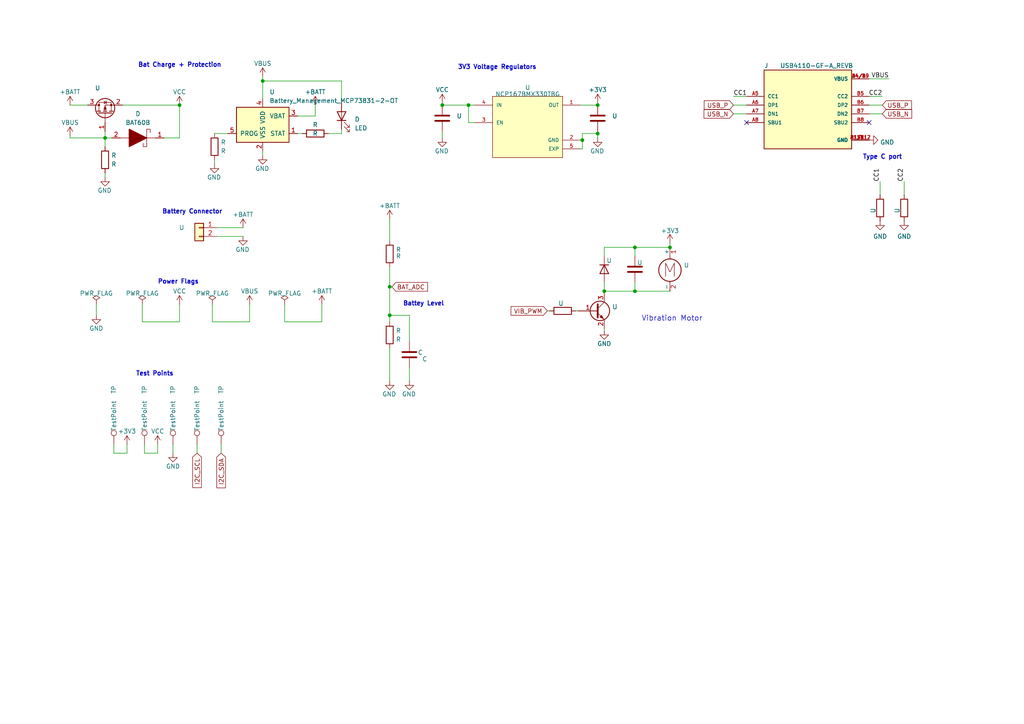
<source format=kicad_sch>
(kicad_sch (version 20220404) (generator eeschema)
  (paper "A4")
  (title_block (title "Watchy-Esp32-s3") (date "2022-12-10") (rev "V1.2") (company "MrT Stephens"))
  (lib_symbols
    (symbol "BAT60B:BAT60B" (pin_names (offset 0.762))
      (property "Reference" "D" (at 12.7 8.89 0))
      (property "Value" "BAT60B" (at 12.7 6.35 0))
      (symbol "BAT60B_0_0"
        (pin passive line (at 2.54 0 0) (length 2.54) (name "~") (number "1"))
        (pin passive line (at 17.78 0 180) (length 2.54) (name "~") (number "2"))
      )
      (symbol "BAT60B_0_1"
        (polyline (pts (xy 5.08 0) (xy 7.62 0)) (stroke (width 0.1524)))
        (polyline (pts (xy 7.62 2.54) (xy 7.62 -2.54)) (stroke (width 0.1524)))
        (polyline (pts (xy 12.7 0) (xy 15.24 0)) (stroke (width 0.1524)))
        (polyline (pts (xy 7.62 -2.54) (xy 6.604 -2.54) (xy 6.604 -1.524)) (stroke (width 0.1524)))
        (polyline (pts (xy 7.62 2.54) (xy 8.636 2.54) (xy 8.636 1.524)) (stroke (width 0.1524)))
        (polyline (pts (xy 7.62 0) (xy 12.7 2.54) (xy 12.7 -2.54) (xy 7.62 0)) (stroke (width 0.254)) (fill (type outline)))
      )
    )
    (symbol "Connector:TestPoint" (pin_numbers hide) (pin_names (offset 0.762) hide)
      (property "Reference" "TP" (at 0 6.858 0))
      (property "Value" "TestPoint" (at 0 5.08 0))
      (symbol "TestPoint_0_1"
        (circle (center 0 3.302) (radius 0.762))
      )
      (symbol "TestPoint_1_1"
        (pin passive line (at 0 0 90) (length 2.54) (name "1") (number "1"))
      )
    )
    (symbol "Connector_Generic:Conn_01x02" (pin_names (offset 1.016) hide)
      (property "Reference" "J" (at 0 2.54 0))
      (property "Value" "Conn_01x02" (at 0 -5.08 0))
      (symbol "Conn_01x02_1_1"
        (rectangle (start -1.27 -2.413) (end 0 -2.667) (stroke (width 0.1524)))
        (rectangle (start -1.27 0.127) (end 0 -0.127) (stroke (width 0.1524)))
        (rectangle (start -1.27 1.27) (end 1.27 -3.81) (stroke (width 0.254)) (fill (type background)))
        (pin passive line (at -5.08 0 0) (length 3.81) (name "Pin_1") (number "1"))
        (pin passive line (at -5.08 -2.54 0) (length 3.81) (name "Pin_2") (number "2"))
      )
    )
    (symbol "Device:C" (pin_numbers hide) (pin_names (offset 0.254))
      (property "Reference" "C" (at 0.635 2.54 0))
      (property "Value" "C" (at 0.635 -2.54 0))
      (symbol "C_0_1"
        (polyline (pts (xy -2.032 -0.762) (xy 2.032 -0.762)) (stroke (width 0.508)))
        (polyline (pts (xy -2.032 0.762) (xy 2.032 0.762)) (stroke (width 0.508)))
      )
      (symbol "C_1_1"
        (pin passive line (at 0 3.81 270) (length 2.794) (name "~") (number "1"))
        (pin passive line (at 0 -3.81 90) (length 2.794) (name "~") (number "2"))
      )
    )
    (symbol "Device:LED" (pin_numbers hide) (pin_names (offset 1.016) hide)
      (property "Reference" "D" (at 0 2.54 0))
      (property "Value" "LED" (at 0 -2.54 0))
      (symbol "LED_0_1"
        (polyline (pts (xy -1.27 -1.27) (xy -1.27 1.27)) (stroke (width 0.254)))
        (polyline (pts (xy -1.27 0) (xy 1.27 0)))
        (polyline (pts (xy 1.27 -1.27) (xy 1.27 1.27) (xy -1.27 0) (xy 1.27 -1.27)) (stroke (width 0.254)))
        (polyline (pts (xy -3.048 -0.762) (xy -4.572 -2.286) (xy -3.81 -2.286) (xy -4.572 -2.286) (xy -4.572 -1.524)))
        (polyline (pts (xy -1.778 -0.762) (xy -3.302 -2.286) (xy -2.54 -2.286) (xy -3.302 -2.286) (xy -3.302 -1.524)))
      )
      (symbol "LED_1_1"
        (pin passive line (at -3.81 0 0) (length 2.54) (name "K") (number "1"))
        (pin passive line (at 3.81 0 180) (length 2.54) (name "A") (number "2"))
      )
    )
    (symbol "Device:Q_NPN_BEC" (pin_names (offset 0) hide)
      (property "Reference" "Q" (at 5.08 1.27 0))
      (property "Value" "Q_NPN_BEC" (at 5.08 -1.27 0))
      (symbol "Q_NPN_BEC_0_1"
        (polyline (pts (xy 0.635 0.635) (xy 2.54 2.54)))
        (polyline (pts (xy 0.635 -0.635) (xy 2.54 -2.54) (xy 2.54 -2.54)))
        (polyline (pts (xy 0.635 1.905) (xy 0.635 -1.905) (xy 0.635 -1.905)) (stroke (width 0.508)))
        (polyline (pts (xy 1.27 -1.778) (xy 1.778 -1.27) (xy 2.286 -2.286) (xy 1.27 -1.778) (xy 1.27 -1.778)) (fill (type outline)))
        (circle (center 1.27 0) (radius 2.8194) (stroke (width 0.254)))
      )
      (symbol "Q_NPN_BEC_1_1"
        (pin input line (at -5.08 0 0) (length 5.715) (name "B") (number "1"))
        (pin passive line (at 2.54 -5.08 90) (length 2.54) (name "E") (number "2"))
        (pin passive line (at 2.54 5.08 270) (length 2.54) (name "C") (number "3"))
      )
    )
    (symbol "Device:R" (pin_numbers hide) (pin_names (offset 0))
      (property "Reference" "R" (at 2.032 0 90))
      (property "Value" "R" (at 0 0 90))
      (symbol "R_0_1"
        (rectangle (start -1.016 -2.54) (end 1.016 2.54) (stroke (width 0.254)))
      )
      (symbol "R_1_1"
        (pin passive line (at 0 3.81 270) (length 1.27) (name "~") (number "1"))
        (pin passive line (at 0 -3.81 90) (length 1.27) (name "~") (number "2"))
      )
    )
    (symbol "Diode:1N4001" (pin_numbers hide) (pin_names (offset 1.016) hide)
      (property "Reference" "D" (at 0 2.54 0))
      (property "Value" "1N4001" (at 0 -2.54 0))
      (symbol "1N4001_0_1"
        (polyline (pts (xy -1.27 1.27) (xy -1.27 -1.27)) (stroke (width 0.254)))
        (polyline (pts (xy 1.27 0) (xy -1.27 0)))
        (polyline (pts (xy 1.27 1.27) (xy 1.27 -1.27) (xy -1.27 0) (xy 1.27 1.27)) (stroke (width 0.254)))
      )
      (symbol "1N4001_1_1"
        (pin passive line (at -3.81 0 0) (length 2.54) (name "K") (number "1"))
        (pin passive line (at 3.81 0 180) (length 2.54) (name "A") (number "2"))
      )
    )
    (symbol "Motor:Motor_DC" (pin_names (offset 0))
      (property "Reference" "M" (at 2.54 2.54 0))
      (property "Value" "Motor_DC" (at 2.54 -5.08 0))
      (symbol "Motor_DC_0_0"
        (polyline (pts (xy -1.27 -3.302) (xy -1.27 0.508) (xy 0 -2.032) (xy 1.27 0.508) (xy 1.27 -3.302)))
      )
      (symbol "Motor_DC_0_1"
        (circle (center 0 -1.524) (radius 3.2512) (stroke (width 0.254)))
        (polyline (pts (xy 0 -7.62) (xy 0 -7.112)))
        (polyline (pts (xy 0 -4.7752) (xy 0 -5.1816)))
        (polyline (pts (xy 0 1.7272) (xy 0 2.0828)))
        (polyline (pts (xy 0 2.032) (xy 0 2.54)))
      )
      (symbol "Motor_DC_1_1"
        (pin passive line (at 0 5.08 270) (length 2.54) (name "+") (number "1"))
        (pin passive line (at 0 -7.62 90) (length 2.54) (name "-") (number "2"))
      )
    )
    (symbol "NCP167BMX330TBG:NCP167BMX330TBG" (pin_names (offset 1.016))
      (property "Reference" "U" (at -10.16 7.62 0))
      (property "Value" "NCP167BMX330TBG" (at -10.16 -12.7 0))
      (symbol "NCP167BMX330TBG_0_0"
        (rectangle (start -10.16 -10.16) (end 10.16 7.62) (stroke (width 0.1524)) (fill (type background)))
        (pin output line (at 15.24 5.08 180) (length 5.08) (name "OUT") (number "1"))
        (pin power_in line (at 15.24 -5.08 180) (length 5.08) (name "GND") (number "2"))
        (pin input line (at -15.24 0 0) (length 5.08) (name "EN") (number "3"))
        (pin input line (at -15.24 5.08 0) (length 5.08) (name "IN") (number "4"))
        (pin power_in line (at 15.24 -7.62 180) (length 5.08) (name "EXP") (number "5"))
      )
    )
    (symbol "Transistor_FET:BSS83P" (pin_names hide)
      (property "Reference" "Q" (at 5.08 1.905 0))
      (property "Value" "BSS83P" (at 5.08 0 0))
      (symbol "BSS83P_0_1"
        (polyline (pts (xy 0.254 0) (xy -2.54 0)))
        (polyline (pts (xy 0.254 1.905) (xy 0.254 -1.905)) (stroke (width 0.254)))
        (polyline (pts (xy 0.762 -1.27) (xy 0.762 -2.286)) (stroke (width 0.254)))
        (polyline (pts (xy 0.762 0.508) (xy 0.762 -0.508)) (stroke (width 0.254)))
        (polyline (pts (xy 0.762 2.286) (xy 0.762 1.27)) (stroke (width 0.254)))
        (polyline (pts (xy 2.54 2.54) (xy 2.54 1.778)))
        (polyline (pts (xy 2.54 -2.54) (xy 2.54 0) (xy 0.762 0)))
        (polyline (pts (xy 0.762 1.778) (xy 3.302 1.778) (xy 3.302 -1.778) (xy 0.762 -1.778)))
        (polyline (pts (xy 2.286 0) (xy 1.27 0.381) (xy 1.27 -0.381) (xy 2.286 0)) (fill (type outline)))
        (polyline (pts (xy 2.794 -0.508) (xy 2.921 -0.381) (xy 3.683 -0.381) (xy 3.81 -0.254)))
        (polyline (pts (xy 3.302 -0.381) (xy 2.921 0.254) (xy 3.683 0.254) (xy 3.302 -0.381)))
        (circle (center 1.651 0) (radius 2.794) (stroke (width 0.254)))
        (circle (center 2.54 -1.778) (radius 0.254) (fill (type outline)))
        (circle (center 2.54 1.778) (radius 0.254) (fill (type outline)))
      )
      (symbol "BSS83P_1_1"
        (pin input line (at -5.08 0 0) (length 2.54) (name "G") (number "1"))
        (pin passive line (at 2.54 -5.08 90) (length 2.54) (name "S") (number "2"))
        (pin passive line (at 2.54 5.08 270) (length 2.54) (name "D") (number "3"))
      )
    )
    (symbol "USB4110-GF-A_REVB:USB4110-GF-A_REVB" (pin_names (offset 1.016))
      (property "Reference" "J" (at -12.7 11.43 0))
      (property "Value" "USB4110-GF-A_REVB" (at -12.7 -15.24 0))
      (symbol "USB4110-GF-A_REVB_0_0"
        (rectangle (start -12.7 -12.7) (end 12.7 10.16) (stroke (width 0.254)) (fill (type background)))
        (pin power_in line (at 17.78 -10.16 180) (length 5.08) (name "GND") (number "A1/B12"))
        (pin power_in line (at 17.78 7.62 180) (length 5.08) (name "VBUS") (number "A4/B9"))
        (pin bidirectional line (at -17.78 2.54 0) (length 5.08) (name "CC1") (number "A5"))
        (pin bidirectional line (at -17.78 0 0) (length 5.08) (name "DP1") (number "A6"))
        (pin bidirectional line (at -17.78 -2.54 0) (length 5.08) (name "DN1") (number "A7"))
        (pin bidirectional line (at -17.78 -5.08 0) (length 5.08) (name "SBU1") (number "A8"))
        (pin power_in line (at 17.78 -10.16 180) (length 5.08) (name "GND") (number "B1/A12"))
        (pin power_in line (at 17.78 7.62 180) (length 5.08) (name "VBUS") (number "B4/A9"))
        (pin bidirectional line (at 17.78 2.54 180) (length 5.08) (name "CC2") (number "B5"))
        (pin bidirectional line (at 17.78 0 180) (length 5.08) (name "DP2") (number "B6"))
        (pin bidirectional line (at 17.78 -2.54 180) (length 5.08) (name "DN2") (number "B7"))
        (pin bidirectional line (at 17.78 -5.08 180) (length 5.08) (name "SBU2") (number "B8"))
        (pin power_in line (at 17.78 -10.16 180) (length 5.08) (name "GND") (number "S1"))
        (pin power_in line (at 17.78 -10.16 180) (length 5.08) (name "GND") (number "S2"))
        (pin power_in line (at 17.78 -10.16 180) (length 5.08) (name "GND") (number "S3"))
        (pin power_in line (at 17.78 -10.16 180) (length 5.08) (name "GND") (number "S4"))
      )
    )
    (symbol "Watchy-cache:Battery_Management_MCP73831-2-OT" (pin_names (offset 1.016))
      (property "Reference" "U" (at -7.62 6.35 0))
      (property "Value" "Battery_Management_MCP73831-2-OT" (at 1.27 6.35 0))
      (symbol "Battery_Management_MCP73831-2-OT_0_1"
        (rectangle (start -7.62 5.08) (end 7.62 -5.08) (stroke (width 0.254)) (fill (type background)))
      )
      (symbol "Battery_Management_MCP73831-2-OT_1_1"
        (pin output line (at 10.16 -2.54 180) (length 2.54) (name "STAT") (number "1"))
        (pin power_in line (at 0 -7.62 90) (length 2.54) (name "VSS") (number "2"))
        (pin power_out line (at 10.16 2.54 180) (length 2.54) (name "VBAT") (number "3"))
        (pin power_in line (at 0 7.62 270) (length 2.54) (name "VDD") (number "4"))
        (pin input line (at -10.16 -2.54 0) (length 2.54) (name "PROG") (number "5"))
      )
    )
    (symbol "power:+3V3" (power) (pin_names (offset 0))
      (property "Value" "+3V3" (at 0 3.556 0))
      (symbol "+3V3_0_1"
        (polyline (pts (xy -0.762 1.27) (xy 0 2.54)))
        (polyline (pts (xy 0 0) (xy 0 2.54)))
        (polyline (pts (xy 0 2.54) (xy 0.762 1.27)))
      )
      (symbol "+3V3_1_1"
        (pin power_in line (at 0 0 90) (length 0) hide (name "+3V3") (number "1"))
      )
    )
    (symbol "power:+BATT" (power) (pin_names (offset 0))
      (property "Value" "+BATT" (at 0 3.556 0))
      (symbol "+BATT_0_1"
        (polyline (pts (xy -0.762 1.27) (xy 0 2.54)))
        (polyline (pts (xy 0 0) (xy 0 2.54)))
        (polyline (pts (xy 0 2.54) (xy 0.762 1.27)))
      )
      (symbol "+BATT_1_1"
        (pin power_in line (at 0 0 90) (length 0) hide (name "+BATT") (number "1"))
      )
    )
    (symbol "power:GND" (power) (pin_names (offset 0))
      (property "Value" "GND" (at 0 -3.81 0))
      (symbol "GND_0_1"
        (polyline (pts (xy 0 0) (xy 0 -1.27) (xy 1.27 -1.27) (xy 0 -2.54) (xy -1.27 -1.27) (xy 0 -1.27)))
      )
      (symbol "GND_1_1"
        (pin power_in line (at 0 0 270) (length 0) hide (name "GND") (number "1"))
      )
    )
    (symbol "power:PWR_FLAG" (power) (pin_numbers hide) (pin_names (offset 0) hide)
      (property "Value" "PWR_FLAG" (at 0 3.81 0))
      (symbol "PWR_FLAG_0_0"
        (pin power_out line (at 0 0 90) (length 0) (name "pwr") (number "1"))
      )
      (symbol "PWR_FLAG_0_1"
        (polyline (pts (xy 0 0) (xy 0 1.27) (xy -1.016 1.905) (xy 0 2.54) (xy 1.016 1.905) (xy 0 1.27)))
      )
    )
    (symbol "power:VBUS" (power) (pin_names (offset 0))
      (property "Value" "VBUS" (at 0 3.81 0))
      (symbol "VBUS_0_1"
        (polyline (pts (xy -0.762 1.27) (xy 0 2.54)))
        (polyline (pts (xy 0 0) (xy 0 2.54)))
        (polyline (pts (xy 0 2.54) (xy 0.762 1.27)))
      )
      (symbol "VBUS_1_1"
        (pin power_in line (at 0 0 90) (length 0) hide (name "VBUS") (number "1"))
      )
    )
    (symbol "power:VCC" (power) (pin_names (offset 0))
      (property "Value" "VCC" (at 0 3.81 0))
      (symbol "VCC_0_1"
        (polyline (pts (xy -0.762 1.27) (xy 0 2.54)))
        (polyline (pts (xy 0 0) (xy 0 2.54)))
        (polyline (pts (xy 0 2.54) (xy 0.762 1.27)))
      )
      (symbol "VCC_1_1"
        (pin power_in line (at 0 0 90) (length 0) hide (name "VCC") (number "1"))
      )
    )
  )
  (junction (at 128.27 30.48))
  (junction (at 52.07 30.48))
  (junction (at 76.2 23.495))
  (junction (at 184.15 84.455))
  (junction (at 194.31 71.755))
  (junction (at 184.15 71.755))
  (junction (at 30.48 40.005))
  (junction (at 173.355 30.48))
  (junction (at 175.26 84.455))
  (junction (at 173.355 38.735))
  (junction (at 113.03 91.44))
  (junction (at 168.91 40.64))
  (junction (at 113.03 83.185))
  (junction (at 135.89 30.48))
  (no_connect (at 252.095 35.56))
  (no_connect (at 216.535 35.56))
  (wire (pts (xy 93.345 93.345) (xy 82.55 93.345)))
  (wire (pts (xy 167.005 90.17) (xy 167.64 90.17)))
  (wire (pts (xy 27.94 91.44) (xy 27.94 88.265)))
  (wire (pts (xy 175.26 95.885) (xy 175.26 95.25)))
  (wire (pts (xy 158.75 90.17) (xy 159.385 90.17)))
  (wire (pts (xy 173.355 29.845) (xy 173.355 30.48)))
  (wire (pts (xy 72.39 88.265) (xy 72.39 93.345)))
  (wire (pts (xy 47.625 40.005) (xy 52.07 40.005)))
  (wire (pts (xy 175.26 74.295) (xy 175.26 71.755)))
  (wire (pts (xy 262.255 56.515) (xy 262.255 52.705)))
  (wire (pts (xy 76.2 22.225) (xy 76.2 23.495)))
  (wire (pts (xy 255.27 56.515) (xy 255.27 52.705)))
  (wire (pts (xy 36.83 128.905) (xy 36.83 131.445)))
  (wire (pts (xy 194.31 70.485) (xy 194.31 71.755)))
  (wire (pts (xy 30.48 51.435) (xy 30.48 50.165)))
  (wire (pts (xy 168.91 40.64) (xy 168.91 38.735)))
  (wire (pts (xy 118.745 91.44) (xy 113.03 91.44)))
  (wire (pts (xy 93.345 88.265) (xy 93.345 93.345)))
  (wire (pts (xy 99.06 37.465) (xy 99.06 38.735)))
  (wire (pts (xy 62.23 46.355) (xy 62.23 47.625)))
  (wire (pts (xy 113.03 83.185) (xy 113.03 91.44)))
  (wire (pts (xy 128.27 38.1) (xy 128.27 40.005)))
  (wire (pts (xy 173.355 38.1) (xy 173.355 38.735)))
  (wire (pts (xy 99.06 23.495) (xy 76.2 23.495)))
  (wire (pts (xy 62.23 38.735) (xy 66.04 38.735)))
  (wire (pts (xy 52.07 30.48) (xy 35.56 30.48)))
  (wire (pts (xy 95.25 38.735) (xy 99.06 38.735)))
  (wire (pts (xy 32.385 40.005) (xy 30.48 40.005)))
  (wire (pts (xy 135.89 30.48) (xy 137.795 30.48)))
  (wire (pts (xy 168.275 40.64) (xy 168.91 40.64)))
  (wire (pts (xy 52.07 93.345) (xy 41.275 93.345)))
  (wire (pts (xy 135.89 35.56) (xy 135.89 30.48)))
  (wire (pts (xy 252.095 27.94) (xy 255.905 27.94)))
  (wire (pts (xy 168.91 43.18) (xy 168.91 40.64)))
  (wire (pts (xy 175.26 71.755) (xy 184.15 71.755)))
  (wire (pts (xy 168.91 38.735) (xy 173.355 38.735)))
  (wire (pts (xy 128.27 30.48) (xy 135.89 30.48)))
  (wire (pts (xy 45.72 128.905) (xy 45.72 131.445)))
  (wire (pts (xy 61.595 93.345) (xy 61.595 88.265)))
  (wire (pts (xy 57.15 131.445) (xy 57.15 128.905)))
  (wire (pts (xy 252.095 30.48) (xy 255.905 30.48)))
  (wire (pts (xy 212.725 33.02) (xy 216.535 33.02)))
  (wire (pts (xy 86.36 38.735) (xy 87.63 38.735)))
  (wire (pts (xy 175.26 81.915) (xy 175.26 84.455)))
  (wire (pts (xy 118.745 106.68) (xy 118.745 110.49)))
  (wire (pts (xy 50.165 131.445) (xy 50.165 128.905)))
  (wire (pts (xy 33.02 131.445) (xy 33.02 128.905)))
  (wire (pts (xy 175.26 84.455) (xy 184.15 84.455)))
  (wire (pts (xy 173.355 38.735) (xy 173.355 40.005)))
  (wire (pts (xy 82.55 93.345) (xy 82.55 88.265)))
  (wire (pts (xy 20.32 39.37) (xy 20.32 40.005)))
  (wire (pts (xy 252.095 33.02) (xy 255.905 33.02)))
  (wire (pts (xy 137.795 35.56) (xy 135.89 35.56)))
  (wire (pts (xy 52.07 88.265) (xy 52.07 93.345)))
  (wire (pts (xy 168.275 43.18) (xy 168.91 43.18)))
  (wire (pts (xy 113.03 91.44) (xy 113.03 93.345)))
  (wire (pts (xy 30.48 40.005) (xy 30.48 38.1)))
  (wire (pts (xy 72.39 93.345) (xy 61.595 93.345)))
  (wire (pts (xy 113.03 63.5) (xy 113.03 69.85)))
  (wire (pts (xy 113.03 77.47) (xy 113.03 83.185)))
  (wire (pts (xy 62.865 68.58) (xy 70.485 68.58)))
  (wire (pts (xy 62.865 66.04) (xy 70.485 66.04)))
  (wire (pts (xy 184.15 81.915) (xy 184.15 84.455)))
  (wire (pts (xy 113.665 83.185) (xy 113.03 83.185)))
  (wire (pts (xy 91.44 30.48) (xy 91.44 33.655)))
  (wire (pts (xy 99.06 29.845) (xy 99.06 23.495)))
  (wire (pts (xy 168.275 30.48) (xy 173.355 30.48)))
  (wire (pts (xy 91.44 33.655) (xy 86.36 33.655)))
  (wire (pts (xy 118.745 99.06) (xy 118.745 91.44)))
  (wire (pts (xy 41.91 131.445) (xy 41.91 128.905)))
  (wire (pts (xy 113.03 100.965) (xy 113.03 110.49)))
  (wire (pts (xy 45.72 131.445) (xy 41.91 131.445)))
  (wire (pts (xy 20.32 30.48) (xy 25.4 30.48)))
  (wire (pts (xy 20.32 40.005) (xy 30.48 40.005)))
  (wire (pts (xy 212.725 27.94) (xy 216.535 27.94)))
  (wire (pts (xy 212.725 30.48) (xy 216.535 30.48)))
  (wire (pts (xy 64.135 128.905) (xy 64.135 131.445)))
  (wire (pts (xy 41.275 93.345) (xy 41.275 88.265)))
  (wire (pts (xy 184.15 71.755) (xy 194.31 71.755)))
  (wire (pts (xy 76.2 23.495) (xy 76.2 28.575)))
  (wire (pts (xy 52.07 40.005) (xy 52.07 30.48)))
  (wire (pts (xy 76.2 45.085) (xy 76.2 43.815)))
  (wire (pts (xy 30.48 40.005) (xy 30.48 42.545)))
  (wire (pts (xy 128.27 29.845) (xy 128.27 30.48)))
  (wire (pts (xy 184.15 84.455) (xy 194.31 84.455)))
  (wire (pts (xy 36.83 131.445) (xy 33.02 131.445)))
  (wire (pts (xy 252.095 22.86) (xy 257.81 22.86)))
  (wire (pts (xy 184.15 74.295) (xy 184.15 71.755)))
  (wire (pts (xy 175.26 84.455) (xy 175.26 85.09)))
  (text "Type C port" (at 250.19 46.355 0) (effects (font (size 1.27 1.27) (thickness 0.254) bold) (justify left bottom)))
  (text "Battery Connector" (at 46.99 62.23 0) (effects (font (size 1.27 1.27) (thickness 0.254) bold) (justify left bottom)))
  (text "Bat Charge + Protection" (at 40.005 19.685 0) (effects (font (size 1.27 1.27) (thickness 0.254) bold) (justify left bottom)))
  (text "Vibration Motor" (at 186.055 93.345 0) (effects (font (size 1.524 1.524)) (justify left bottom)))
  (text "Test Points" (at 39.37 109.22 0) (effects (font (size 1.27 1.27) (thickness 0.254) bold) (justify left bottom)))
  (text "3V3 Voltage Regulators" (at 132.715 20.32 0) (effects (font (size 1.27 1.27) (thickness 0.254) bold) (justify left bottom)))
  (text "Power Flags" (at 45.72 82.55 0) (effects (font (size 1.27 1.27) (thickness 0.254) bold) (justify left bottom)))
  (text "Battey Level" (at 116.84 88.9 0) (effects (font (size 1.27 1.27) (thickness 0.254) bold) (justify left bottom)))
  (label "CC2" (at 262.255 52.705 90))
  (label "VBUS" (at 257.81 22.86 0))
  (label "CC2" (at 255.905 27.94 0))
  (label "CC1" (at 255.27 52.705 90))
  (label "CC1" (at 212.725 27.94 0))
  (global_label "USB_N" (shape input) (at 255.905 33.02 0) (property "Intersheetrefs" "${INTERSHEET_REFS}" (effects hide)))
  (global_label "BAT_ADC" (shape input) (at 113.665 83.185 0) (property "Intersheetrefs" "${INTERSHEET_REFS}" (effects hide)))
  (global_label "USB_N" (shape input) (at 212.725 33.02 180) (property "Intersheetrefs" "${INTERSHEET_REFS}" (effects hide)))
  (global_label "VIB_PWM" (shape input) (at 158.75 90.17 180) (property "Intersheetrefs" "${INTERSHEET_REFS}" (effects hide)))
  (global_label "USB_P" (shape input) (at 255.905 30.48 0) (property "Intersheetrefs" "${INTERSHEET_REFS}" (effects hide)))
  (global_label "USB_P" (shape input) (at 212.725 30.48 180) (property "Intersheetrefs" "${INTERSHEET_REFS}" (effects hide)))
  (global_label "I2C_SCL" (shape input) (at 57.15 131.445 270) (property "Intersheetrefs" "${INTERSHEET_REFS}" (effects hide)))
  (global_label "I2C_SDA" (shape input) (at 64.135 131.445 270) (property "Intersheetrefs" "${INTERSHEET_REFS}" (effects hide)))
  (symbol (lib_id "Device:Q_NPN_BEC") (at 172.72 90.17 0) (unit 1)
    (default_instance (reference "U") (unit 1) (value "") (footprint ""))
    (property "Reference" "U" (at 177.5714 89.0016 0) (effects (justify left)))
  )
  (symbol (lib_id "power:PWR_FLAG") (at 27.94 88.265 0) (unit 1)
    (default_instance (reference "#FLG") (unit 1) (value "PWR_FLAG") (footprint ""))
    (property "Reference" "#FLG" (effects hide))
    (property "Value" "PWR_FLAG" (at 27.94 85.09 0))
  )
  (symbol (lib_id "power:PWR_FLAG") (at 82.55 88.265 0) (unit 1)
    (default_instance (reference "#FLG") (unit 1) (value "PWR_FLAG") (footprint ""))
    (property "Reference" "#FLG" (effects hide))
    (property "Value" "PWR_FLAG" (at 82.55 85.09 0))
  )
  (symbol (lib_id "power:PWR_FLAG") (at 41.275 88.265 0) (unit 1)
    (default_instance (reference "#FLG") (unit 1) (value "PWR_FLAG") (footprint ""))
    (property "Reference" "#FLG" (effects hide))
    (property "Value" "PWR_FLAG" (at 41.275 85.09 0))
  )
  (symbol (lib_id "power:+BATT") (at 113.03 63.5 0) (unit 1)
    (default_instance (reference "#PWR") (unit 1) (value "+BATT") (footprint ""))
    (property "Reference" "#PWR" (effects hide))
    (property "Value" "+BATT" (at 113.03 59.69 0))
  )
  (symbol (lib_id "power:VCC") (at 45.72 128.905 0) (unit 1)
    (default_instance (reference "#PWR") (unit 1) (value "VCC") (footprint ""))
    (property "Reference" "#PWR" (effects hide))
    (property "Value" "VCC" (at 45.72 125.095 0))
  )
  (symbol (lib_id "power:GND") (at 262.255 64.135 0) (unit 1)
    (default_instance (reference "#PWR") (unit 1) (value "GND") (footprint ""))
    (property "Reference" "#PWR" (effects hide))
    (property "Value" "GND" (at 262.255 68.58 0))
  )
  (symbol (lib_id "Connector:TestPoint") (at 33.02 128.905 0) (unit 1)
    (default_instance (reference "TP") (unit 1) (value "TestPoint") (footprint ""))
    (property "Reference" "TP" (at 33.02 113.03 90))
    (property "Value" "TestPoint" (at 33.02 120.65 90))
  )
  (symbol (lib_id "Device:R") (at 255.27 60.325 0) (unit 1)
    (default_instance (reference "U") (unit 1) (value "") (footprint ""))
    (property "Reference" "U" (at 253.238 61.849 90) (effects (justify left)))
  )
  (symbol (lib_id "Device:C") (at 184.15 78.105 0) (unit 1)
    (default_instance (reference "U") (unit 1) (value "") (footprint ""))
    (property "Reference" "U" (at 184.785 76.2 0) (effects (justify left)))
  )
  (symbol (lib_id "power:GND") (at 128.27 40.005 0) (unit 1)
    (default_instance (reference "#PWR") (unit 1) (value "GND") (footprint ""))
    (property "Reference" "#PWR" (effects hide))
    (property "Value" "GND" (at 130.175 43.815 0) (effects (justify right)))
  )
  (symbol (lib_id "power:GND") (at 50.165 131.445 0) (unit 1)
    (default_instance (reference "#PWR") (unit 1) (value "GND") (footprint ""))
    (property "Reference" "#PWR" (effects hide))
    (property "Value" "GND" (at 50.165 135.255 0))
  )
  (symbol (lib_id "power:+BATT") (at 70.485 66.04 0) (unit 1)
    (default_instance (reference "#PWR") (unit 1) (value "+BATT") (footprint ""))
    (property "Reference" "#PWR" (effects hide))
    (property "Value" "+BATT" (at 70.485 62.23 0))
  )
  (symbol (lib_id "power:GND") (at 118.745 110.49 0) (unit 1)
    (default_instance (reference "#PWR") (unit 1) (value "GND") (footprint ""))
    (property "Reference" "#PWR" (effects hide))
    (property "Value" "GND" (at 120.65 114.3 0) (effects (justify right)))
  )
  (symbol (lib_id "power:VCC") (at 128.27 29.845 0) (unit 1)
    (default_instance (reference "#PWR") (unit 1) (value "VCC") (footprint ""))
    (property "Reference" "#PWR" (effects hide))
    (property "Value" "VCC" (at 128.27 26.035 0))
  )
  (symbol (lib_id "power:GND") (at 76.2 45.085 0) (unit 1)
    (default_instance (reference "#PWR") (unit 1) (value "GND") (footprint ""))
    (property "Reference" "#PWR" (effects hide))
    (property "Value" "GND" (at 78.105 48.895 0) (effects (justify right)))
  )
  (symbol (lib_id "power:VCC") (at 52.07 88.265 0) (unit 1)
    (default_instance (reference "#PWR") (unit 1) (value "VCC") (footprint ""))
    (property "Reference" "#PWR" (effects hide))
    (property "Value" "VCC" (at 52.07 84.455 0))
  )
  (symbol (lib_id "power:GND") (at 62.23 47.625 0) (unit 1)
    (default_instance (reference "#PWR") (unit 1) (value "GND") (footprint ""))
    (property "Reference" "#PWR" (effects hide))
    (property "Value" "GND" (at 64.135 51.435 0) (effects (justify right)))
  )
  (symbol (lib_id "power:+BATT") (at 20.32 30.48 0) (unit 1)
    (default_instance (reference "#PWR") (unit 1) (value "+BATT") (footprint ""))
    (property "Reference" "#PWR" (effects hide))
    (property "Value" "+BATT" (at 20.32 26.67 0))
  )
  (symbol (lib_id "power:PWR_FLAG") (at 61.595 88.265 0) (unit 1)
    (default_instance (reference "#FLG") (unit 1) (value "PWR_FLAG") (footprint ""))
    (property "Reference" "#FLG" (effects hide))
    (property "Value" "PWR_FLAG" (at 61.595 85.09 0))
  )
  (symbol (lib_id "NCP167BMX330TBG:NCP167BMX330TBG") (at 153.035 35.56 0) (unit 1)
    (default_instance (reference "U") (unit 1) (value "NCP167BMX330TBG") (footprint "REG_NCP167BMX330TBG"))
    (property "Reference" "U" (at 153.035 25.4 0))
    (property "Value" "NCP167BMX330TBG" (at 153.035 27.305 0))
    (property "Footprint" "REG_NCP167BMX330TBG" (effects hide))
    (property "MAXIMUM_PACKAGE_HEIGHT" "0.43mm" (effects hide))
    (property "MANUFACTURER" "ON Semiconductor" (effects hide))
    (property "STANDARD" "Manufacturer recommendations" (effects hide))
    (property "PARTREV" "3" (effects hide))
  )
  (symbol (lib_id "Watchy-cache:Battery_Management_MCP73831-2-OT") (at 76.2 36.195 0) (unit 1)
    (default_instance (reference "U") (unit 1) (value "Battery_Management_MCP73831-2-OT") (footprint "Package_TO_SOT_SMD:SOT-23-5"))
    (property "Reference" "U" (at 78.1559 26.67 0) (effects (justify left)))
    (property "Value" "Battery_Management_MCP73831-2-OT" (at 78.1559 29.21 0) (effects (justify left)))
    (property "Footprint" "Package_TO_SOT_SMD:SOT-23-5" (effects hide))
  )
  (symbol (lib_id "Device:R") (at 91.44 38.735 270) (unit 1)
    (default_instance (reference "R") (unit 1) (value "R") (footprint ""))
    (property "Reference" "R" (at 91.44 36.195 90))
    (property "Value" "R" (at 91.44 38.735 90))
  )
  (symbol (lib_id "Connector:TestPoint") (at 50.165 128.905 0) (unit 1)
    (default_instance (reference "TP") (unit 1) (value "TestPoint") (footprint ""))
    (property "Reference" "TP" (at 50.165 113.03 90))
    (property "Value" "TestPoint" (at 50.165 120.65 90))
  )
  (symbol (lib_id "Connector:TestPoint") (at 41.91 128.905 0) (unit 1)
    (default_instance (reference "TP") (unit 1) (value "TestPoint") (footprint ""))
    (property "Reference" "TP" (at 41.91 113.03 90))
    (property "Value" "TestPoint" (at 41.91 120.65 90))
  )
  (symbol (lib_id "Motor:Motor_DC") (at 194.31 76.835 0) (unit 1)
    (default_instance (reference "U") (unit 1) (value "") (footprint ""))
    (property "Reference" "U" (at 198.3232 76.9366 0) (effects (justify left)))
  )
  (symbol (lib_id "Device:R") (at 30.48 46.355 0) (unit 1)
    (default_instance (reference "R") (unit 1) (value "R") (footprint ""))
    (property "Reference" "R" (at 33.02 45.085 0))
    (property "Value" "R" (at 33.02 47.625 0))
  )
  (symbol (lib_id "Diode:1N4001") (at 175.26 78.105 270) (unit 1)
    (default_instance (reference "U") (unit 1) (value "") (footprint ""))
    (property "Reference" "U" (at 175.895 75.565 90) (effects (justify left)))
    (property "Datasheet" "http://www.vishay.com/docs/88503/1n4001.pdf" (effects hide))
  )
  (symbol (lib_id "Connector:TestPoint") (at 57.15 128.905 0) (unit 1)
    (default_instance (reference "TP") (unit 1) (value "TestPoint") (footprint ""))
    (property "Reference" "TP" (at 57.15 113.03 90))
    (property "Value" "TestPoint" (at 57.15 120.65 90))
  )
  (symbol (lib_id "power:GND") (at 252.095 40.64 90) (unit 1)
    (default_instance (reference "#PWR") (unit 1) (value "GND") (footprint ""))
    (property "Reference" "#PWR" (effects hide))
    (property "Value" "GND" (at 255.27 41.275 90) (effects (justify right)))
  )
  (symbol (lib_id "power:+3V3") (at 173.355 29.845 0) (unit 1)
    (default_instance (reference "#PWR") (unit 1) (value "+3V3") (footprint ""))
    (property "Reference" "#PWR" (effects hide))
    (property "Value" "+3V3" (at 173.355 26.035 0))
  )
  (symbol (lib_id "Device:R") (at 163.195 90.17 270) (unit 1)
    (default_instance (reference "U") (unit 1) (value "") (footprint ""))
    (property "Reference" "U" (at 161.925 88.011 90) (effects (justify left)))
  )
  (symbol (lib_id "Connector:TestPoint") (at 64.135 128.905 0) (unit 1)
    (default_instance (reference "TP") (unit 1) (value "TestPoint") (footprint ""))
    (property "Reference" "TP" (at 64.135 113.03 90))
    (property "Value" "TestPoint" (at 64.135 120.65 90))
  )
  (symbol (lib_id "power:+3V3") (at 194.31 70.485 0) (unit 1)
    (default_instance (reference "U") (unit 1) (value "") (footprint ""))
    (property "Reference" "U" (effects hide))
  )
  (symbol (lib_id "power:GND") (at 173.355 40.005 0) (unit 1)
    (default_instance (reference "#PWR") (unit 1) (value "GND") (footprint ""))
    (property "Reference" "#PWR" (effects hide))
    (property "Value" "GND" (at 175.26 43.815 0) (effects (justify right)))
  )
  (symbol (lib_id "Device:R") (at 113.03 97.155 0) (unit 1)
    (default_instance (reference "R") (unit 1) (value "R") (footprint ""))
    (property "Reference" "R" (at 115.57 95.885 0))
    (property "Value" "R" (at 115.57 98.425 0))
  )
  (symbol (lib_id "Connector_Generic:Conn_01x02") (at 57.785 66.04 0) (mirror y) (unit 1)
    (default_instance (reference "U") (unit 1) (value "") (footprint ""))
    (property "Reference" "U" (at 52.705 66.04 0))
  )
  (symbol (lib_id "Device:R") (at 262.255 60.325 0) (unit 1)
    (default_instance (reference "U") (unit 1) (value "") (footprint ""))
    (property "Reference" "U" (at 260.223 61.849 90) (effects (justify left)))
  )
  (symbol (lib_id "power:GND") (at 175.26 95.885 0) (unit 1)
    (default_instance (reference "U") (unit 1) (value "") (footprint ""))
    (property "Reference" "U" (effects hide))
  )
  (symbol (lib_id "power:VBUS") (at 76.2 22.225 0) (unit 1)
    (default_instance (reference "#PWR") (unit 1) (value "VBUS") (footprint ""))
    (property "Reference" "#PWR" (effects hide))
    (property "Value" "VBUS" (at 76.2 18.415 0))
  )
  (symbol (lib_id "Device:C") (at 173.355 34.29 180) (unit 1)
    (default_instance (reference "U") (unit 1) (value "") (footprint ""))
    (property "Reference" "U" (at 179.07 33.655 0) (effects (justify left)))
  )
  (symbol (lib_id "power:+BATT") (at 91.44 30.48 0) (unit 1)
    (default_instance (reference "#PWR") (unit 1) (value "+BATT") (footprint ""))
    (property "Reference" "#PWR" (effects hide))
    (property "Value" "+BATT" (at 91.44 26.67 0))
  )
  (symbol (lib_id "Device:LED") (at 99.06 33.655 90) (unit 1)
    (default_instance (reference "D") (unit 1) (value "LED") (footprint ""))
    (property "Reference" "D" (at 102.87 34.6075 90) (effects (justify right)))
    (property "Value" "LED" (at 102.87 37.1475 90) (effects (justify right)))
  )
  (symbol (lib_id "power:VBUS") (at 72.39 88.265 0) (unit 1)
    (default_instance (reference "#PWR") (unit 1) (value "VBUS") (footprint ""))
    (property "Reference" "#PWR" (effects hide))
    (property "Value" "VBUS" (at 72.39 84.455 0))
  )
  (symbol (lib_id "Device:R") (at 113.03 73.66 0) (unit 1)
    (default_instance (reference "R") (unit 1) (value "R") (footprint ""))
    (property "Reference" "R" (at 115.57 72.39 0))
    (property "Value" "R" (at 115.57 74.295 0))
  )
  (symbol (lib_id "Device:R") (at 62.23 42.545 0) (unit 1)
    (default_instance (reference "R") (unit 1) (value "R") (footprint ""))
    (property "Reference" "R" (at 64.77 41.275 0))
    (property "Value" "R" (at 64.77 43.815 0))
  )
  (symbol (lib_id "power:VCC") (at 52.07 30.48 0) (unit 1)
    (default_instance (reference "#PWR") (unit 1) (value "VCC") (footprint ""))
    (property "Reference" "#PWR" (effects hide))
    (property "Value" "VCC" (at 52.07 26.67 0))
  )
  (symbol (lib_id "power:GND") (at 30.48 51.435 0) (unit 1)
    (default_instance (reference "#PWR") (unit 1) (value "GND") (footprint ""))
    (property "Reference" "#PWR" (effects hide))
    (property "Value" "GND" (at 32.385 55.245 0) (effects (justify right)))
  )
  (symbol (lib_id "power:+BATT") (at 93.345 88.265 0) (unit 1)
    (default_instance (reference "#PWR") (unit 1) (value "+BATT") (footprint ""))
    (property "Reference" "#PWR" (effects hide))
    (property "Value" "+BATT" (at 93.345 84.455 0))
  )
  (symbol (lib_id "Transistor_FET:BSS83P") (at 30.48 33.02 90) (unit 1)
    (default_instance (reference "U") (unit 1) (value "") (footprint ""))
    (property "Reference" "U" (at 29.083 25.527 90) (effects (justify left)))
  )
  (symbol (lib_id "Device:C") (at 128.27 34.29 180) (unit 1)
    (default_instance (reference "U") (unit 1) (value "") (footprint ""))
    (property "Reference" "U" (at 133.985 33.655 0) (effects (justify left)))
  )
  (symbol (lib_id "power:GND") (at 255.27 64.135 0) (unit 1)
    (default_instance (reference "#PWR") (unit 1) (value "GND") (footprint ""))
    (property "Reference" "#PWR" (effects hide))
    (property "Value" "GND" (at 255.27 68.58 0))
  )
  (symbol (lib_id "power:GND") (at 27.94 91.44 0) (unit 1)
    (default_instance (reference "U") (unit 1) (value "") (footprint ""))
    (property "Reference" "U" (effects hide))
  )
  (symbol (lib_id "power:GND") (at 113.03 110.49 0) (unit 1)
    (default_instance (reference "#PWR") (unit 1) (value "GND") (footprint ""))
    (property "Reference" "#PWR" (effects hide))
    (property "Value" "GND" (at 114.935 114.3 0) (effects (justify right)))
  )
  (symbol (lib_id "Device:C") (at 118.745 102.87 0) (unit 1)
    (default_instance (reference "C") (unit 1) (value "C") (footprint ""))
    (property "Reference" "C" (at 121.92 102.235 0))
    (property "Value" "C" (at 123.19 104.14 0))
  )
  (symbol (lib_id "power:+3V3") (at 36.83 128.905 0) (unit 1)
    (default_instance (reference "#PWR") (unit 1) (value "+3V3") (footprint ""))
    (property "Reference" "#PWR" (effects hide))
    (property "Value" "+3V3" (at 36.83 125.095 0))
  )
  (symbol (lib_id "BAT60B:BAT60B") (at 50.165 40.005 180) (unit 1)
    (default_instance (reference "D") (unit 1) (value "BAT60B") (footprint "SOD2512X115N"))
    (property "Reference" "D" (at 40.005 33.02 0))
    (property "Value" "BAT60B" (at 40.005 35.56 0))
    (property "Footprint" "SOD2512X115N" (effects hide))
    (property "Description" "Silicon Schottky Diode" (effects hide))
    (property "Height" "1.15" (effects hide))
    (property "Manufacturer_Name" "Micro Commercial Components (MCC)" (effects hide))
    (property "Manufacturer_Part_Number" "BAT60B" (effects hide))
  )
  (symbol (lib_id "power:GND") (at 70.485 68.58 0) (unit 1)
    (default_instance (reference "#PWR") (unit 1) (value "GND") (footprint ""))
    (property "Reference" "#PWR" (effects hide))
    (property "Value" "GND" (at 72.39 72.39 0) (effects (justify right)))
  )
  (symbol (lib_id "power:VBUS") (at 20.32 39.37 0) (unit 1)
    (default_instance (reference "#PWR") (unit 1) (value "VBUS") (footprint ""))
    (property "Reference" "#PWR" (effects hide))
    (property "Value" "VBUS" (at 20.32 35.56 0))
  )
  (symbol (lib_id "USB4110-GF-A_REVB:USB4110-GF-A_REVB") (at 234.315 30.48 0) (unit 1)
    (default_instance (reference "J") (unit 1) (value "USB4110-GF-A_REVB") (footprint "GCT_USB4110-GF-A_REVB"))
    (property "Reference" "J" (at 222.25 19.05 0))
    (property "Value" "USB4110-GF-A_REVB" (at 236.855 19.05 0))
    (property "Footprint" "GCT_USB4110-GF-A_REVB" (effects hide))
    (property "PARTREV" "B" (effects hide))
    (property "MAXIMUM_PACKAGE_HEIGHT" "3.26 mm" (effects hide))
    (property "MANUFACTURER" "GCT" (effects hide))
    (property "STANDARD" "Manufacturer Recommendations" (effects hide))
  )
)
</source>
